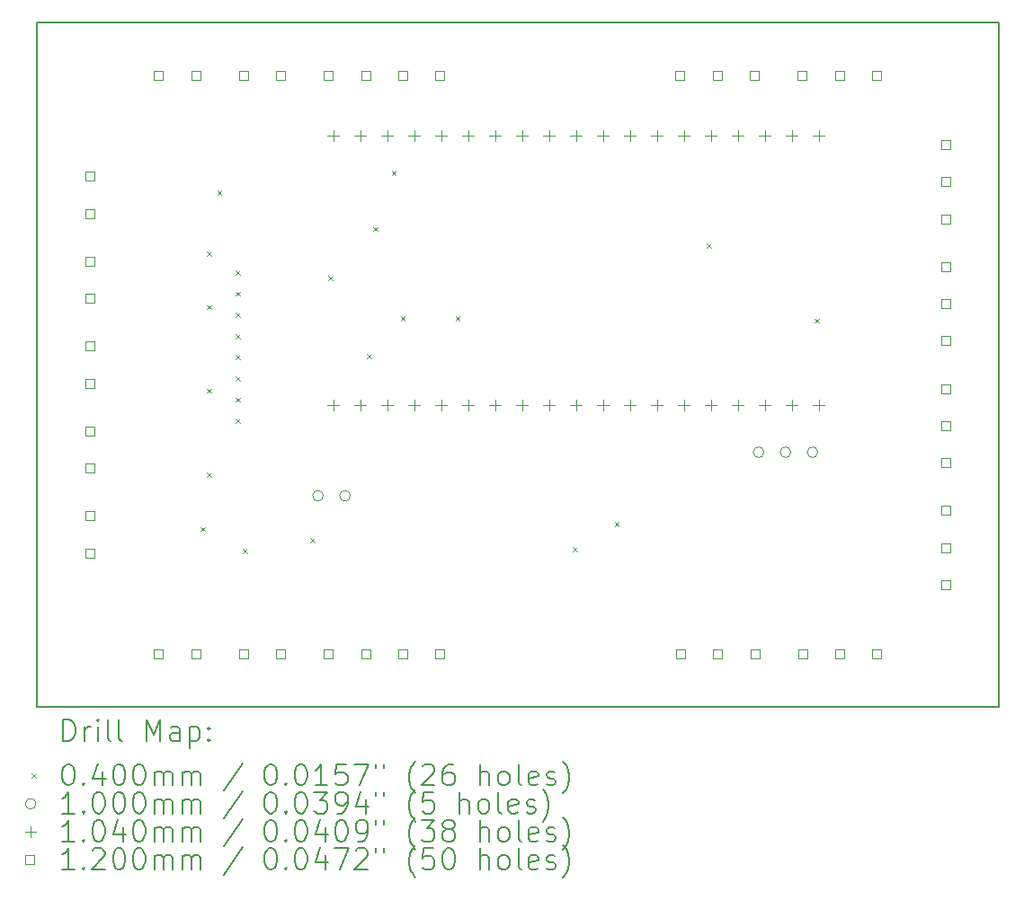
<source format=gbr>
%FSLAX45Y45*%
G04 Gerber Fmt 4.5, Leading zero omitted, Abs format (unit mm)*
G04 Created by KiCad (PCBNEW (6.0.2)) date 2022-07-26 11:38:29*
%MOMM*%
%LPD*%
G01*
G04 APERTURE LIST*
%TA.AperFunction,Profile*%
%ADD10C,0.200000*%
%TD*%
%ADD11C,0.200000*%
%ADD12C,0.040000*%
%ADD13C,0.100000*%
%ADD14C,0.104000*%
%ADD15C,0.120000*%
G04 APERTURE END LIST*
D10*
X14855000Y-6350000D02*
X5800000Y-6350000D01*
X5800000Y-6350000D02*
X5800000Y-12800000D01*
X5800000Y-12800000D02*
X14855000Y-12800000D01*
X14855000Y-12800000D02*
X14855000Y-6350000D01*
D11*
D12*
X7340000Y-11105000D02*
X7380000Y-11145000D01*
X7380000Y-11105000D02*
X7340000Y-11145000D01*
X7399000Y-8508000D02*
X7439000Y-8548000D01*
X7439000Y-8508000D02*
X7399000Y-8548000D01*
X7399000Y-9013000D02*
X7439000Y-9053000D01*
X7439000Y-9013000D02*
X7399000Y-9053000D01*
X7399000Y-9799000D02*
X7439000Y-9839000D01*
X7439000Y-9799000D02*
X7399000Y-9839000D01*
X7399000Y-10592000D02*
X7439000Y-10632000D01*
X7439000Y-10592000D02*
X7399000Y-10632000D01*
X7498000Y-7934000D02*
X7538000Y-7974000D01*
X7538000Y-7934000D02*
X7498000Y-7974000D01*
X7670000Y-8685000D02*
X7710000Y-8725000D01*
X7710000Y-8685000D02*
X7670000Y-8725000D01*
X7670000Y-8885000D02*
X7710000Y-8925000D01*
X7710000Y-8885000D02*
X7670000Y-8925000D01*
X7670000Y-9085000D02*
X7710000Y-9125000D01*
X7710000Y-9085000D02*
X7670000Y-9125000D01*
X7670000Y-9285000D02*
X7710000Y-9325000D01*
X7710000Y-9285000D02*
X7670000Y-9325000D01*
X7670000Y-9485000D02*
X7710000Y-9525000D01*
X7710000Y-9485000D02*
X7670000Y-9525000D01*
X7670000Y-9685000D02*
X7710000Y-9725000D01*
X7710000Y-9685000D02*
X7670000Y-9725000D01*
X7670000Y-9885000D02*
X7710000Y-9925000D01*
X7710000Y-9885000D02*
X7670000Y-9925000D01*
X7670000Y-10085000D02*
X7710000Y-10125000D01*
X7710000Y-10085000D02*
X7670000Y-10125000D01*
X7740000Y-11310000D02*
X7780000Y-11350000D01*
X7780000Y-11310000D02*
X7740000Y-11350000D01*
X8372500Y-11212500D02*
X8412500Y-11252500D01*
X8412500Y-11212500D02*
X8372500Y-11252500D01*
X8545000Y-8735000D02*
X8585000Y-8775000D01*
X8585000Y-8735000D02*
X8545000Y-8775000D01*
X8905000Y-9475000D02*
X8945000Y-9515000D01*
X8945000Y-9475000D02*
X8905000Y-9515000D01*
X8965001Y-8274999D02*
X9005001Y-8314999D01*
X9005001Y-8274999D02*
X8965001Y-8314999D01*
X9140000Y-7749950D02*
X9180000Y-7789950D01*
X9180000Y-7749950D02*
X9140000Y-7789950D01*
X9224690Y-9119315D02*
X9264690Y-9159315D01*
X9264690Y-9119315D02*
X9224690Y-9159315D01*
X9740000Y-9120000D02*
X9780000Y-9160000D01*
X9780000Y-9120000D02*
X9740000Y-9160000D01*
X10848000Y-11295000D02*
X10888000Y-11335000D01*
X10888000Y-11295000D02*
X10848000Y-11335000D01*
X11240000Y-11057000D02*
X11280000Y-11097000D01*
X11280000Y-11057000D02*
X11240000Y-11097000D01*
X12110000Y-8430000D02*
X12150000Y-8470000D01*
X12150000Y-8430000D02*
X12110000Y-8470000D01*
X13125000Y-9140000D02*
X13165000Y-9180000D01*
X13165000Y-9140000D02*
X13125000Y-9180000D01*
D13*
X8496000Y-10810000D02*
G75*
G03*
X8496000Y-10810000I-50000J0D01*
G01*
X8750000Y-10810000D02*
G75*
G03*
X8750000Y-10810000I-50000J0D01*
G01*
X12644500Y-10400000D02*
G75*
G03*
X12644500Y-10400000I-50000J0D01*
G01*
X12898500Y-10400000D02*
G75*
G03*
X12898500Y-10400000I-50000J0D01*
G01*
X13152500Y-10400000D02*
G75*
G03*
X13152500Y-10400000I-50000J0D01*
G01*
D14*
X8589000Y-7365750D02*
X8589000Y-7469750D01*
X8537000Y-7417750D02*
X8641000Y-7417750D01*
X8589000Y-9905750D02*
X8589000Y-10009750D01*
X8537000Y-9957750D02*
X8641000Y-9957750D01*
X8843000Y-7365750D02*
X8843000Y-7469750D01*
X8791000Y-7417750D02*
X8895000Y-7417750D01*
X8843000Y-9905750D02*
X8843000Y-10009750D01*
X8791000Y-9957750D02*
X8895000Y-9957750D01*
X9097000Y-7365750D02*
X9097000Y-7469750D01*
X9045000Y-7417750D02*
X9149000Y-7417750D01*
X9097000Y-9905750D02*
X9097000Y-10009750D01*
X9045000Y-9957750D02*
X9149000Y-9957750D01*
X9351000Y-7365750D02*
X9351000Y-7469750D01*
X9299000Y-7417750D02*
X9403000Y-7417750D01*
X9351000Y-9905750D02*
X9351000Y-10009750D01*
X9299000Y-9957750D02*
X9403000Y-9957750D01*
X9605000Y-7365750D02*
X9605000Y-7469750D01*
X9553000Y-7417750D02*
X9657000Y-7417750D01*
X9605000Y-9905750D02*
X9605000Y-10009750D01*
X9553000Y-9957750D02*
X9657000Y-9957750D01*
X9859000Y-7365750D02*
X9859000Y-7469750D01*
X9807000Y-7417750D02*
X9911000Y-7417750D01*
X9859000Y-9905750D02*
X9859000Y-10009750D01*
X9807000Y-9957750D02*
X9911000Y-9957750D01*
X10113000Y-7365750D02*
X10113000Y-7469750D01*
X10061000Y-7417750D02*
X10165000Y-7417750D01*
X10113000Y-9905750D02*
X10113000Y-10009750D01*
X10061000Y-9957750D02*
X10165000Y-9957750D01*
X10367000Y-7365750D02*
X10367000Y-7469750D01*
X10315000Y-7417750D02*
X10419000Y-7417750D01*
X10367000Y-9905750D02*
X10367000Y-10009750D01*
X10315000Y-9957750D02*
X10419000Y-9957750D01*
X10621000Y-7365750D02*
X10621000Y-7469750D01*
X10569000Y-7417750D02*
X10673000Y-7417750D01*
X10621000Y-9905750D02*
X10621000Y-10009750D01*
X10569000Y-9957750D02*
X10673000Y-9957750D01*
X10875000Y-7365750D02*
X10875000Y-7469750D01*
X10823000Y-7417750D02*
X10927000Y-7417750D01*
X10875000Y-9905750D02*
X10875000Y-10009750D01*
X10823000Y-9957750D02*
X10927000Y-9957750D01*
X11129000Y-7365750D02*
X11129000Y-7469750D01*
X11077000Y-7417750D02*
X11181000Y-7417750D01*
X11129000Y-9905750D02*
X11129000Y-10009750D01*
X11077000Y-9957750D02*
X11181000Y-9957750D01*
X11383000Y-7365750D02*
X11383000Y-7469750D01*
X11331000Y-7417750D02*
X11435000Y-7417750D01*
X11383000Y-9905750D02*
X11383000Y-10009750D01*
X11331000Y-9957750D02*
X11435000Y-9957750D01*
X11637000Y-7365750D02*
X11637000Y-7469750D01*
X11585000Y-7417750D02*
X11689000Y-7417750D01*
X11637000Y-9905750D02*
X11637000Y-10009750D01*
X11585000Y-9957750D02*
X11689000Y-9957750D01*
X11891000Y-7365750D02*
X11891000Y-7469750D01*
X11839000Y-7417750D02*
X11943000Y-7417750D01*
X11891000Y-9905750D02*
X11891000Y-10009750D01*
X11839000Y-9957750D02*
X11943000Y-9957750D01*
X12145000Y-7365750D02*
X12145000Y-7469750D01*
X12093000Y-7417750D02*
X12197000Y-7417750D01*
X12145000Y-9905750D02*
X12145000Y-10009750D01*
X12093000Y-9957750D02*
X12197000Y-9957750D01*
X12399000Y-7365750D02*
X12399000Y-7469750D01*
X12347000Y-7417750D02*
X12451000Y-7417750D01*
X12399000Y-9905750D02*
X12399000Y-10009750D01*
X12347000Y-9957750D02*
X12451000Y-9957750D01*
X12653000Y-7365750D02*
X12653000Y-7469750D01*
X12601000Y-7417750D02*
X12705000Y-7417750D01*
X12653000Y-9905750D02*
X12653000Y-10009750D01*
X12601000Y-9957750D02*
X12705000Y-9957750D01*
X12907000Y-7365750D02*
X12907000Y-7469750D01*
X12855000Y-7417750D02*
X12959000Y-7417750D01*
X12907000Y-9905750D02*
X12907000Y-10009750D01*
X12855000Y-9957750D02*
X12959000Y-9957750D01*
X13161000Y-7365750D02*
X13161000Y-7469750D01*
X13109000Y-7417750D02*
X13213000Y-7417750D01*
X13161000Y-9905750D02*
X13161000Y-10009750D01*
X13109000Y-9957750D02*
X13213000Y-9957750D01*
D15*
X6342427Y-7842427D02*
X6342427Y-7757573D01*
X6257573Y-7757573D01*
X6257573Y-7842427D01*
X6342427Y-7842427D01*
X6342427Y-8192427D02*
X6342427Y-8107573D01*
X6257573Y-8107573D01*
X6257573Y-8192427D01*
X6342427Y-8192427D01*
X6342427Y-8642427D02*
X6342427Y-8557573D01*
X6257573Y-8557573D01*
X6257573Y-8642427D01*
X6342427Y-8642427D01*
X6342427Y-8992427D02*
X6342427Y-8907573D01*
X6257573Y-8907573D01*
X6257573Y-8992427D01*
X6342427Y-8992427D01*
X6342427Y-9442427D02*
X6342427Y-9357573D01*
X6257573Y-9357573D01*
X6257573Y-9442427D01*
X6342427Y-9442427D01*
X6342427Y-9792427D02*
X6342427Y-9707573D01*
X6257573Y-9707573D01*
X6257573Y-9792427D01*
X6342427Y-9792427D01*
X6342427Y-10242427D02*
X6342427Y-10157573D01*
X6257573Y-10157573D01*
X6257573Y-10242427D01*
X6342427Y-10242427D01*
X6342427Y-10592427D02*
X6342427Y-10507573D01*
X6257573Y-10507573D01*
X6257573Y-10592427D01*
X6342427Y-10592427D01*
X6342427Y-11042427D02*
X6342427Y-10957573D01*
X6257573Y-10957573D01*
X6257573Y-11042427D01*
X6342427Y-11042427D01*
X6342427Y-11392427D02*
X6342427Y-11307573D01*
X6257573Y-11307573D01*
X6257573Y-11392427D01*
X6342427Y-11392427D01*
X6987427Y-6892427D02*
X6987427Y-6807573D01*
X6902573Y-6807573D01*
X6902573Y-6892427D01*
X6987427Y-6892427D01*
X6987427Y-12342427D02*
X6987427Y-12257573D01*
X6902573Y-12257573D01*
X6902573Y-12342427D01*
X6987427Y-12342427D01*
X7337427Y-6892427D02*
X7337427Y-6807573D01*
X7252573Y-6807573D01*
X7252573Y-6892427D01*
X7337427Y-6892427D01*
X7337427Y-12342427D02*
X7337427Y-12257573D01*
X7252573Y-12257573D01*
X7252573Y-12342427D01*
X7337427Y-12342427D01*
X7787427Y-6892427D02*
X7787427Y-6807573D01*
X7702573Y-6807573D01*
X7702573Y-6892427D01*
X7787427Y-6892427D01*
X7787427Y-12342427D02*
X7787427Y-12257573D01*
X7702573Y-12257573D01*
X7702573Y-12342427D01*
X7787427Y-12342427D01*
X8137427Y-6892427D02*
X8137427Y-6807573D01*
X8052573Y-6807573D01*
X8052573Y-6892427D01*
X8137427Y-6892427D01*
X8137427Y-12342427D02*
X8137427Y-12257573D01*
X8052573Y-12257573D01*
X8052573Y-12342427D01*
X8137427Y-12342427D01*
X8587427Y-6892427D02*
X8587427Y-6807573D01*
X8502573Y-6807573D01*
X8502573Y-6892427D01*
X8587427Y-6892427D01*
X8587427Y-12342427D02*
X8587427Y-12257573D01*
X8502573Y-12257573D01*
X8502573Y-12342427D01*
X8587427Y-12342427D01*
X8937427Y-6892427D02*
X8937427Y-6807573D01*
X8852573Y-6807573D01*
X8852573Y-6892427D01*
X8937427Y-6892427D01*
X8937427Y-12342427D02*
X8937427Y-12257573D01*
X8852573Y-12257573D01*
X8852573Y-12342427D01*
X8937427Y-12342427D01*
X9287427Y-6892427D02*
X9287427Y-6807573D01*
X9202573Y-6807573D01*
X9202573Y-6892427D01*
X9287427Y-6892427D01*
X9287427Y-12342427D02*
X9287427Y-12257573D01*
X9202573Y-12257573D01*
X9202573Y-12342427D01*
X9287427Y-12342427D01*
X9637427Y-6892427D02*
X9637427Y-6807573D01*
X9552573Y-6807573D01*
X9552573Y-6892427D01*
X9637427Y-6892427D01*
X9637427Y-12342427D02*
X9637427Y-12257573D01*
X9552573Y-12257573D01*
X9552573Y-12342427D01*
X9637427Y-12342427D01*
X11897427Y-6892427D02*
X11897427Y-6807573D01*
X11812573Y-6807573D01*
X11812573Y-6892427D01*
X11897427Y-6892427D01*
X11902427Y-12342427D02*
X11902427Y-12257573D01*
X11817573Y-12257573D01*
X11817573Y-12342427D01*
X11902427Y-12342427D01*
X12247427Y-6892427D02*
X12247427Y-6807573D01*
X12162573Y-6807573D01*
X12162573Y-6892427D01*
X12247427Y-6892427D01*
X12252427Y-12342427D02*
X12252427Y-12257573D01*
X12167573Y-12257573D01*
X12167573Y-12342427D01*
X12252427Y-12342427D01*
X12597427Y-6892427D02*
X12597427Y-6807573D01*
X12512573Y-6807573D01*
X12512573Y-6892427D01*
X12597427Y-6892427D01*
X12602427Y-12342427D02*
X12602427Y-12257573D01*
X12517573Y-12257573D01*
X12517573Y-12342427D01*
X12602427Y-12342427D01*
X13047427Y-6892427D02*
X13047427Y-6807573D01*
X12962573Y-6807573D01*
X12962573Y-6892427D01*
X13047427Y-6892427D01*
X13052427Y-12342427D02*
X13052427Y-12257573D01*
X12967573Y-12257573D01*
X12967573Y-12342427D01*
X13052427Y-12342427D01*
X13397427Y-6892427D02*
X13397427Y-6807573D01*
X13312573Y-6807573D01*
X13312573Y-6892427D01*
X13397427Y-6892427D01*
X13402427Y-12342427D02*
X13402427Y-12257573D01*
X13317573Y-12257573D01*
X13317573Y-12342427D01*
X13402427Y-12342427D01*
X13747427Y-6892427D02*
X13747427Y-6807573D01*
X13662573Y-6807573D01*
X13662573Y-6892427D01*
X13747427Y-6892427D01*
X13752427Y-12342427D02*
X13752427Y-12257573D01*
X13667573Y-12257573D01*
X13667573Y-12342427D01*
X13752427Y-12342427D01*
X14397427Y-7542427D02*
X14397427Y-7457573D01*
X14312573Y-7457573D01*
X14312573Y-7542427D01*
X14397427Y-7542427D01*
X14397427Y-7892427D02*
X14397427Y-7807573D01*
X14312573Y-7807573D01*
X14312573Y-7892427D01*
X14397427Y-7892427D01*
X14397427Y-8242427D02*
X14397427Y-8157573D01*
X14312573Y-8157573D01*
X14312573Y-8242427D01*
X14397427Y-8242427D01*
X14397427Y-8692427D02*
X14397427Y-8607573D01*
X14312573Y-8607573D01*
X14312573Y-8692427D01*
X14397427Y-8692427D01*
X14397427Y-9042427D02*
X14397427Y-8957573D01*
X14312573Y-8957573D01*
X14312573Y-9042427D01*
X14397427Y-9042427D01*
X14397427Y-9392427D02*
X14397427Y-9307573D01*
X14312573Y-9307573D01*
X14312573Y-9392427D01*
X14397427Y-9392427D01*
X14397427Y-9842427D02*
X14397427Y-9757573D01*
X14312573Y-9757573D01*
X14312573Y-9842427D01*
X14397427Y-9842427D01*
X14397427Y-10192427D02*
X14397427Y-10107573D01*
X14312573Y-10107573D01*
X14312573Y-10192427D01*
X14397427Y-10192427D01*
X14397427Y-10542427D02*
X14397427Y-10457573D01*
X14312573Y-10457573D01*
X14312573Y-10542427D01*
X14397427Y-10542427D01*
X14397427Y-10992427D02*
X14397427Y-10907573D01*
X14312573Y-10907573D01*
X14312573Y-10992427D01*
X14397427Y-10992427D01*
X14397427Y-11342427D02*
X14397427Y-11257573D01*
X14312573Y-11257573D01*
X14312573Y-11342427D01*
X14397427Y-11342427D01*
X14397427Y-11692427D02*
X14397427Y-11607573D01*
X14312573Y-11607573D01*
X14312573Y-11692427D01*
X14397427Y-11692427D01*
D11*
X6047619Y-13120476D02*
X6047619Y-12920476D01*
X6095238Y-12920476D01*
X6123809Y-12930000D01*
X6142857Y-12949048D01*
X6152381Y-12968095D01*
X6161905Y-13006190D01*
X6161905Y-13034762D01*
X6152381Y-13072857D01*
X6142857Y-13091905D01*
X6123809Y-13110952D01*
X6095238Y-13120476D01*
X6047619Y-13120476D01*
X6247619Y-13120476D02*
X6247619Y-12987143D01*
X6247619Y-13025238D02*
X6257143Y-13006190D01*
X6266667Y-12996667D01*
X6285714Y-12987143D01*
X6304762Y-12987143D01*
X6371428Y-13120476D02*
X6371428Y-12987143D01*
X6371428Y-12920476D02*
X6361905Y-12930000D01*
X6371428Y-12939524D01*
X6380952Y-12930000D01*
X6371428Y-12920476D01*
X6371428Y-12939524D01*
X6495238Y-13120476D02*
X6476190Y-13110952D01*
X6466667Y-13091905D01*
X6466667Y-12920476D01*
X6600000Y-13120476D02*
X6580952Y-13110952D01*
X6571428Y-13091905D01*
X6571428Y-12920476D01*
X6828571Y-13120476D02*
X6828571Y-12920476D01*
X6895238Y-13063333D01*
X6961905Y-12920476D01*
X6961905Y-13120476D01*
X7142857Y-13120476D02*
X7142857Y-13015714D01*
X7133333Y-12996667D01*
X7114286Y-12987143D01*
X7076190Y-12987143D01*
X7057143Y-12996667D01*
X7142857Y-13110952D02*
X7123809Y-13120476D01*
X7076190Y-13120476D01*
X7057143Y-13110952D01*
X7047619Y-13091905D01*
X7047619Y-13072857D01*
X7057143Y-13053809D01*
X7076190Y-13044286D01*
X7123809Y-13044286D01*
X7142857Y-13034762D01*
X7238095Y-12987143D02*
X7238095Y-13187143D01*
X7238095Y-12996667D02*
X7257143Y-12987143D01*
X7295238Y-12987143D01*
X7314286Y-12996667D01*
X7323809Y-13006190D01*
X7333333Y-13025238D01*
X7333333Y-13082381D01*
X7323809Y-13101428D01*
X7314286Y-13110952D01*
X7295238Y-13120476D01*
X7257143Y-13120476D01*
X7238095Y-13110952D01*
X7419048Y-13101428D02*
X7428571Y-13110952D01*
X7419048Y-13120476D01*
X7409524Y-13110952D01*
X7419048Y-13101428D01*
X7419048Y-13120476D01*
X7419048Y-12996667D02*
X7428571Y-13006190D01*
X7419048Y-13015714D01*
X7409524Y-13006190D01*
X7419048Y-12996667D01*
X7419048Y-13015714D01*
D12*
X5750000Y-13430000D02*
X5790000Y-13470000D01*
X5790000Y-13430000D02*
X5750000Y-13470000D01*
D11*
X6085714Y-13340476D02*
X6104762Y-13340476D01*
X6123809Y-13350000D01*
X6133333Y-13359524D01*
X6142857Y-13378571D01*
X6152381Y-13416667D01*
X6152381Y-13464286D01*
X6142857Y-13502381D01*
X6133333Y-13521428D01*
X6123809Y-13530952D01*
X6104762Y-13540476D01*
X6085714Y-13540476D01*
X6066667Y-13530952D01*
X6057143Y-13521428D01*
X6047619Y-13502381D01*
X6038095Y-13464286D01*
X6038095Y-13416667D01*
X6047619Y-13378571D01*
X6057143Y-13359524D01*
X6066667Y-13350000D01*
X6085714Y-13340476D01*
X6238095Y-13521428D02*
X6247619Y-13530952D01*
X6238095Y-13540476D01*
X6228571Y-13530952D01*
X6238095Y-13521428D01*
X6238095Y-13540476D01*
X6419048Y-13407143D02*
X6419048Y-13540476D01*
X6371428Y-13330952D02*
X6323809Y-13473809D01*
X6447619Y-13473809D01*
X6561905Y-13340476D02*
X6580952Y-13340476D01*
X6600000Y-13350000D01*
X6609524Y-13359524D01*
X6619048Y-13378571D01*
X6628571Y-13416667D01*
X6628571Y-13464286D01*
X6619048Y-13502381D01*
X6609524Y-13521428D01*
X6600000Y-13530952D01*
X6580952Y-13540476D01*
X6561905Y-13540476D01*
X6542857Y-13530952D01*
X6533333Y-13521428D01*
X6523809Y-13502381D01*
X6514286Y-13464286D01*
X6514286Y-13416667D01*
X6523809Y-13378571D01*
X6533333Y-13359524D01*
X6542857Y-13350000D01*
X6561905Y-13340476D01*
X6752381Y-13340476D02*
X6771428Y-13340476D01*
X6790476Y-13350000D01*
X6800000Y-13359524D01*
X6809524Y-13378571D01*
X6819048Y-13416667D01*
X6819048Y-13464286D01*
X6809524Y-13502381D01*
X6800000Y-13521428D01*
X6790476Y-13530952D01*
X6771428Y-13540476D01*
X6752381Y-13540476D01*
X6733333Y-13530952D01*
X6723809Y-13521428D01*
X6714286Y-13502381D01*
X6704762Y-13464286D01*
X6704762Y-13416667D01*
X6714286Y-13378571D01*
X6723809Y-13359524D01*
X6733333Y-13350000D01*
X6752381Y-13340476D01*
X6904762Y-13540476D02*
X6904762Y-13407143D01*
X6904762Y-13426190D02*
X6914286Y-13416667D01*
X6933333Y-13407143D01*
X6961905Y-13407143D01*
X6980952Y-13416667D01*
X6990476Y-13435714D01*
X6990476Y-13540476D01*
X6990476Y-13435714D02*
X7000000Y-13416667D01*
X7019048Y-13407143D01*
X7047619Y-13407143D01*
X7066667Y-13416667D01*
X7076190Y-13435714D01*
X7076190Y-13540476D01*
X7171428Y-13540476D02*
X7171428Y-13407143D01*
X7171428Y-13426190D02*
X7180952Y-13416667D01*
X7200000Y-13407143D01*
X7228571Y-13407143D01*
X7247619Y-13416667D01*
X7257143Y-13435714D01*
X7257143Y-13540476D01*
X7257143Y-13435714D02*
X7266667Y-13416667D01*
X7285714Y-13407143D01*
X7314286Y-13407143D01*
X7333333Y-13416667D01*
X7342857Y-13435714D01*
X7342857Y-13540476D01*
X7733333Y-13330952D02*
X7561905Y-13588095D01*
X7990476Y-13340476D02*
X8009524Y-13340476D01*
X8028571Y-13350000D01*
X8038095Y-13359524D01*
X8047619Y-13378571D01*
X8057143Y-13416667D01*
X8057143Y-13464286D01*
X8047619Y-13502381D01*
X8038095Y-13521428D01*
X8028571Y-13530952D01*
X8009524Y-13540476D01*
X7990476Y-13540476D01*
X7971428Y-13530952D01*
X7961905Y-13521428D01*
X7952381Y-13502381D01*
X7942857Y-13464286D01*
X7942857Y-13416667D01*
X7952381Y-13378571D01*
X7961905Y-13359524D01*
X7971428Y-13350000D01*
X7990476Y-13340476D01*
X8142857Y-13521428D02*
X8152381Y-13530952D01*
X8142857Y-13540476D01*
X8133333Y-13530952D01*
X8142857Y-13521428D01*
X8142857Y-13540476D01*
X8276190Y-13340476D02*
X8295238Y-13340476D01*
X8314286Y-13350000D01*
X8323809Y-13359524D01*
X8333333Y-13378571D01*
X8342857Y-13416667D01*
X8342857Y-13464286D01*
X8333333Y-13502381D01*
X8323809Y-13521428D01*
X8314286Y-13530952D01*
X8295238Y-13540476D01*
X8276190Y-13540476D01*
X8257143Y-13530952D01*
X8247619Y-13521428D01*
X8238095Y-13502381D01*
X8228571Y-13464286D01*
X8228571Y-13416667D01*
X8238095Y-13378571D01*
X8247619Y-13359524D01*
X8257143Y-13350000D01*
X8276190Y-13340476D01*
X8533333Y-13540476D02*
X8419048Y-13540476D01*
X8476190Y-13540476D02*
X8476190Y-13340476D01*
X8457143Y-13369048D01*
X8438095Y-13388095D01*
X8419048Y-13397619D01*
X8714286Y-13340476D02*
X8619048Y-13340476D01*
X8609524Y-13435714D01*
X8619048Y-13426190D01*
X8638095Y-13416667D01*
X8685714Y-13416667D01*
X8704762Y-13426190D01*
X8714286Y-13435714D01*
X8723810Y-13454762D01*
X8723810Y-13502381D01*
X8714286Y-13521428D01*
X8704762Y-13530952D01*
X8685714Y-13540476D01*
X8638095Y-13540476D01*
X8619048Y-13530952D01*
X8609524Y-13521428D01*
X8790476Y-13340476D02*
X8923810Y-13340476D01*
X8838095Y-13540476D01*
X8990476Y-13340476D02*
X8990476Y-13378571D01*
X9066667Y-13340476D02*
X9066667Y-13378571D01*
X9361905Y-13616667D02*
X9352381Y-13607143D01*
X9333333Y-13578571D01*
X9323810Y-13559524D01*
X9314286Y-13530952D01*
X9304762Y-13483333D01*
X9304762Y-13445238D01*
X9314286Y-13397619D01*
X9323810Y-13369048D01*
X9333333Y-13350000D01*
X9352381Y-13321428D01*
X9361905Y-13311905D01*
X9428571Y-13359524D02*
X9438095Y-13350000D01*
X9457143Y-13340476D01*
X9504762Y-13340476D01*
X9523810Y-13350000D01*
X9533333Y-13359524D01*
X9542857Y-13378571D01*
X9542857Y-13397619D01*
X9533333Y-13426190D01*
X9419048Y-13540476D01*
X9542857Y-13540476D01*
X9714286Y-13340476D02*
X9676190Y-13340476D01*
X9657143Y-13350000D01*
X9647619Y-13359524D01*
X9628571Y-13388095D01*
X9619048Y-13426190D01*
X9619048Y-13502381D01*
X9628571Y-13521428D01*
X9638095Y-13530952D01*
X9657143Y-13540476D01*
X9695238Y-13540476D01*
X9714286Y-13530952D01*
X9723810Y-13521428D01*
X9733333Y-13502381D01*
X9733333Y-13454762D01*
X9723810Y-13435714D01*
X9714286Y-13426190D01*
X9695238Y-13416667D01*
X9657143Y-13416667D01*
X9638095Y-13426190D01*
X9628571Y-13435714D01*
X9619048Y-13454762D01*
X9971429Y-13540476D02*
X9971429Y-13340476D01*
X10057143Y-13540476D02*
X10057143Y-13435714D01*
X10047619Y-13416667D01*
X10028571Y-13407143D01*
X10000000Y-13407143D01*
X9980952Y-13416667D01*
X9971429Y-13426190D01*
X10180952Y-13540476D02*
X10161905Y-13530952D01*
X10152381Y-13521428D01*
X10142857Y-13502381D01*
X10142857Y-13445238D01*
X10152381Y-13426190D01*
X10161905Y-13416667D01*
X10180952Y-13407143D01*
X10209524Y-13407143D01*
X10228571Y-13416667D01*
X10238095Y-13426190D01*
X10247619Y-13445238D01*
X10247619Y-13502381D01*
X10238095Y-13521428D01*
X10228571Y-13530952D01*
X10209524Y-13540476D01*
X10180952Y-13540476D01*
X10361905Y-13540476D02*
X10342857Y-13530952D01*
X10333333Y-13511905D01*
X10333333Y-13340476D01*
X10514286Y-13530952D02*
X10495238Y-13540476D01*
X10457143Y-13540476D01*
X10438095Y-13530952D01*
X10428571Y-13511905D01*
X10428571Y-13435714D01*
X10438095Y-13416667D01*
X10457143Y-13407143D01*
X10495238Y-13407143D01*
X10514286Y-13416667D01*
X10523810Y-13435714D01*
X10523810Y-13454762D01*
X10428571Y-13473809D01*
X10600000Y-13530952D02*
X10619048Y-13540476D01*
X10657143Y-13540476D01*
X10676190Y-13530952D01*
X10685714Y-13511905D01*
X10685714Y-13502381D01*
X10676190Y-13483333D01*
X10657143Y-13473809D01*
X10628571Y-13473809D01*
X10609524Y-13464286D01*
X10600000Y-13445238D01*
X10600000Y-13435714D01*
X10609524Y-13416667D01*
X10628571Y-13407143D01*
X10657143Y-13407143D01*
X10676190Y-13416667D01*
X10752381Y-13616667D02*
X10761905Y-13607143D01*
X10780952Y-13578571D01*
X10790476Y-13559524D01*
X10800000Y-13530952D01*
X10809524Y-13483333D01*
X10809524Y-13445238D01*
X10800000Y-13397619D01*
X10790476Y-13369048D01*
X10780952Y-13350000D01*
X10761905Y-13321428D01*
X10752381Y-13311905D01*
D13*
X5790000Y-13714000D02*
G75*
G03*
X5790000Y-13714000I-50000J0D01*
G01*
D11*
X6152381Y-13804476D02*
X6038095Y-13804476D01*
X6095238Y-13804476D02*
X6095238Y-13604476D01*
X6076190Y-13633048D01*
X6057143Y-13652095D01*
X6038095Y-13661619D01*
X6238095Y-13785428D02*
X6247619Y-13794952D01*
X6238095Y-13804476D01*
X6228571Y-13794952D01*
X6238095Y-13785428D01*
X6238095Y-13804476D01*
X6371428Y-13604476D02*
X6390476Y-13604476D01*
X6409524Y-13614000D01*
X6419048Y-13623524D01*
X6428571Y-13642571D01*
X6438095Y-13680667D01*
X6438095Y-13728286D01*
X6428571Y-13766381D01*
X6419048Y-13785428D01*
X6409524Y-13794952D01*
X6390476Y-13804476D01*
X6371428Y-13804476D01*
X6352381Y-13794952D01*
X6342857Y-13785428D01*
X6333333Y-13766381D01*
X6323809Y-13728286D01*
X6323809Y-13680667D01*
X6333333Y-13642571D01*
X6342857Y-13623524D01*
X6352381Y-13614000D01*
X6371428Y-13604476D01*
X6561905Y-13604476D02*
X6580952Y-13604476D01*
X6600000Y-13614000D01*
X6609524Y-13623524D01*
X6619048Y-13642571D01*
X6628571Y-13680667D01*
X6628571Y-13728286D01*
X6619048Y-13766381D01*
X6609524Y-13785428D01*
X6600000Y-13794952D01*
X6580952Y-13804476D01*
X6561905Y-13804476D01*
X6542857Y-13794952D01*
X6533333Y-13785428D01*
X6523809Y-13766381D01*
X6514286Y-13728286D01*
X6514286Y-13680667D01*
X6523809Y-13642571D01*
X6533333Y-13623524D01*
X6542857Y-13614000D01*
X6561905Y-13604476D01*
X6752381Y-13604476D02*
X6771428Y-13604476D01*
X6790476Y-13614000D01*
X6800000Y-13623524D01*
X6809524Y-13642571D01*
X6819048Y-13680667D01*
X6819048Y-13728286D01*
X6809524Y-13766381D01*
X6800000Y-13785428D01*
X6790476Y-13794952D01*
X6771428Y-13804476D01*
X6752381Y-13804476D01*
X6733333Y-13794952D01*
X6723809Y-13785428D01*
X6714286Y-13766381D01*
X6704762Y-13728286D01*
X6704762Y-13680667D01*
X6714286Y-13642571D01*
X6723809Y-13623524D01*
X6733333Y-13614000D01*
X6752381Y-13604476D01*
X6904762Y-13804476D02*
X6904762Y-13671143D01*
X6904762Y-13690190D02*
X6914286Y-13680667D01*
X6933333Y-13671143D01*
X6961905Y-13671143D01*
X6980952Y-13680667D01*
X6990476Y-13699714D01*
X6990476Y-13804476D01*
X6990476Y-13699714D02*
X7000000Y-13680667D01*
X7019048Y-13671143D01*
X7047619Y-13671143D01*
X7066667Y-13680667D01*
X7076190Y-13699714D01*
X7076190Y-13804476D01*
X7171428Y-13804476D02*
X7171428Y-13671143D01*
X7171428Y-13690190D02*
X7180952Y-13680667D01*
X7200000Y-13671143D01*
X7228571Y-13671143D01*
X7247619Y-13680667D01*
X7257143Y-13699714D01*
X7257143Y-13804476D01*
X7257143Y-13699714D02*
X7266667Y-13680667D01*
X7285714Y-13671143D01*
X7314286Y-13671143D01*
X7333333Y-13680667D01*
X7342857Y-13699714D01*
X7342857Y-13804476D01*
X7733333Y-13594952D02*
X7561905Y-13852095D01*
X7990476Y-13604476D02*
X8009524Y-13604476D01*
X8028571Y-13614000D01*
X8038095Y-13623524D01*
X8047619Y-13642571D01*
X8057143Y-13680667D01*
X8057143Y-13728286D01*
X8047619Y-13766381D01*
X8038095Y-13785428D01*
X8028571Y-13794952D01*
X8009524Y-13804476D01*
X7990476Y-13804476D01*
X7971428Y-13794952D01*
X7961905Y-13785428D01*
X7952381Y-13766381D01*
X7942857Y-13728286D01*
X7942857Y-13680667D01*
X7952381Y-13642571D01*
X7961905Y-13623524D01*
X7971428Y-13614000D01*
X7990476Y-13604476D01*
X8142857Y-13785428D02*
X8152381Y-13794952D01*
X8142857Y-13804476D01*
X8133333Y-13794952D01*
X8142857Y-13785428D01*
X8142857Y-13804476D01*
X8276190Y-13604476D02*
X8295238Y-13604476D01*
X8314286Y-13614000D01*
X8323809Y-13623524D01*
X8333333Y-13642571D01*
X8342857Y-13680667D01*
X8342857Y-13728286D01*
X8333333Y-13766381D01*
X8323809Y-13785428D01*
X8314286Y-13794952D01*
X8295238Y-13804476D01*
X8276190Y-13804476D01*
X8257143Y-13794952D01*
X8247619Y-13785428D01*
X8238095Y-13766381D01*
X8228571Y-13728286D01*
X8228571Y-13680667D01*
X8238095Y-13642571D01*
X8247619Y-13623524D01*
X8257143Y-13614000D01*
X8276190Y-13604476D01*
X8409524Y-13604476D02*
X8533333Y-13604476D01*
X8466667Y-13680667D01*
X8495238Y-13680667D01*
X8514286Y-13690190D01*
X8523810Y-13699714D01*
X8533333Y-13718762D01*
X8533333Y-13766381D01*
X8523810Y-13785428D01*
X8514286Y-13794952D01*
X8495238Y-13804476D01*
X8438095Y-13804476D01*
X8419048Y-13794952D01*
X8409524Y-13785428D01*
X8628571Y-13804476D02*
X8666667Y-13804476D01*
X8685714Y-13794952D01*
X8695238Y-13785428D01*
X8714286Y-13756857D01*
X8723810Y-13718762D01*
X8723810Y-13642571D01*
X8714286Y-13623524D01*
X8704762Y-13614000D01*
X8685714Y-13604476D01*
X8647619Y-13604476D01*
X8628571Y-13614000D01*
X8619048Y-13623524D01*
X8609524Y-13642571D01*
X8609524Y-13690190D01*
X8619048Y-13709238D01*
X8628571Y-13718762D01*
X8647619Y-13728286D01*
X8685714Y-13728286D01*
X8704762Y-13718762D01*
X8714286Y-13709238D01*
X8723810Y-13690190D01*
X8895238Y-13671143D02*
X8895238Y-13804476D01*
X8847619Y-13594952D02*
X8800000Y-13737809D01*
X8923810Y-13737809D01*
X8990476Y-13604476D02*
X8990476Y-13642571D01*
X9066667Y-13604476D02*
X9066667Y-13642571D01*
X9361905Y-13880667D02*
X9352381Y-13871143D01*
X9333333Y-13842571D01*
X9323810Y-13823524D01*
X9314286Y-13794952D01*
X9304762Y-13747333D01*
X9304762Y-13709238D01*
X9314286Y-13661619D01*
X9323810Y-13633048D01*
X9333333Y-13614000D01*
X9352381Y-13585428D01*
X9361905Y-13575905D01*
X9533333Y-13604476D02*
X9438095Y-13604476D01*
X9428571Y-13699714D01*
X9438095Y-13690190D01*
X9457143Y-13680667D01*
X9504762Y-13680667D01*
X9523810Y-13690190D01*
X9533333Y-13699714D01*
X9542857Y-13718762D01*
X9542857Y-13766381D01*
X9533333Y-13785428D01*
X9523810Y-13794952D01*
X9504762Y-13804476D01*
X9457143Y-13804476D01*
X9438095Y-13794952D01*
X9428571Y-13785428D01*
X9780952Y-13804476D02*
X9780952Y-13604476D01*
X9866667Y-13804476D02*
X9866667Y-13699714D01*
X9857143Y-13680667D01*
X9838095Y-13671143D01*
X9809524Y-13671143D01*
X9790476Y-13680667D01*
X9780952Y-13690190D01*
X9990476Y-13804476D02*
X9971429Y-13794952D01*
X9961905Y-13785428D01*
X9952381Y-13766381D01*
X9952381Y-13709238D01*
X9961905Y-13690190D01*
X9971429Y-13680667D01*
X9990476Y-13671143D01*
X10019048Y-13671143D01*
X10038095Y-13680667D01*
X10047619Y-13690190D01*
X10057143Y-13709238D01*
X10057143Y-13766381D01*
X10047619Y-13785428D01*
X10038095Y-13794952D01*
X10019048Y-13804476D01*
X9990476Y-13804476D01*
X10171429Y-13804476D02*
X10152381Y-13794952D01*
X10142857Y-13775905D01*
X10142857Y-13604476D01*
X10323810Y-13794952D02*
X10304762Y-13804476D01*
X10266667Y-13804476D01*
X10247619Y-13794952D01*
X10238095Y-13775905D01*
X10238095Y-13699714D01*
X10247619Y-13680667D01*
X10266667Y-13671143D01*
X10304762Y-13671143D01*
X10323810Y-13680667D01*
X10333333Y-13699714D01*
X10333333Y-13718762D01*
X10238095Y-13737809D01*
X10409524Y-13794952D02*
X10428571Y-13804476D01*
X10466667Y-13804476D01*
X10485714Y-13794952D01*
X10495238Y-13775905D01*
X10495238Y-13766381D01*
X10485714Y-13747333D01*
X10466667Y-13737809D01*
X10438095Y-13737809D01*
X10419048Y-13728286D01*
X10409524Y-13709238D01*
X10409524Y-13699714D01*
X10419048Y-13680667D01*
X10438095Y-13671143D01*
X10466667Y-13671143D01*
X10485714Y-13680667D01*
X10561905Y-13880667D02*
X10571429Y-13871143D01*
X10590476Y-13842571D01*
X10600000Y-13823524D01*
X10609524Y-13794952D01*
X10619048Y-13747333D01*
X10619048Y-13709238D01*
X10609524Y-13661619D01*
X10600000Y-13633048D01*
X10590476Y-13614000D01*
X10571429Y-13585428D01*
X10561905Y-13575905D01*
D14*
X5738000Y-13926000D02*
X5738000Y-14030000D01*
X5686000Y-13978000D02*
X5790000Y-13978000D01*
D11*
X6152381Y-14068476D02*
X6038095Y-14068476D01*
X6095238Y-14068476D02*
X6095238Y-13868476D01*
X6076190Y-13897048D01*
X6057143Y-13916095D01*
X6038095Y-13925619D01*
X6238095Y-14049428D02*
X6247619Y-14058952D01*
X6238095Y-14068476D01*
X6228571Y-14058952D01*
X6238095Y-14049428D01*
X6238095Y-14068476D01*
X6371428Y-13868476D02*
X6390476Y-13868476D01*
X6409524Y-13878000D01*
X6419048Y-13887524D01*
X6428571Y-13906571D01*
X6438095Y-13944667D01*
X6438095Y-13992286D01*
X6428571Y-14030381D01*
X6419048Y-14049428D01*
X6409524Y-14058952D01*
X6390476Y-14068476D01*
X6371428Y-14068476D01*
X6352381Y-14058952D01*
X6342857Y-14049428D01*
X6333333Y-14030381D01*
X6323809Y-13992286D01*
X6323809Y-13944667D01*
X6333333Y-13906571D01*
X6342857Y-13887524D01*
X6352381Y-13878000D01*
X6371428Y-13868476D01*
X6609524Y-13935143D02*
X6609524Y-14068476D01*
X6561905Y-13858952D02*
X6514286Y-14001809D01*
X6638095Y-14001809D01*
X6752381Y-13868476D02*
X6771428Y-13868476D01*
X6790476Y-13878000D01*
X6800000Y-13887524D01*
X6809524Y-13906571D01*
X6819048Y-13944667D01*
X6819048Y-13992286D01*
X6809524Y-14030381D01*
X6800000Y-14049428D01*
X6790476Y-14058952D01*
X6771428Y-14068476D01*
X6752381Y-14068476D01*
X6733333Y-14058952D01*
X6723809Y-14049428D01*
X6714286Y-14030381D01*
X6704762Y-13992286D01*
X6704762Y-13944667D01*
X6714286Y-13906571D01*
X6723809Y-13887524D01*
X6733333Y-13878000D01*
X6752381Y-13868476D01*
X6904762Y-14068476D02*
X6904762Y-13935143D01*
X6904762Y-13954190D02*
X6914286Y-13944667D01*
X6933333Y-13935143D01*
X6961905Y-13935143D01*
X6980952Y-13944667D01*
X6990476Y-13963714D01*
X6990476Y-14068476D01*
X6990476Y-13963714D02*
X7000000Y-13944667D01*
X7019048Y-13935143D01*
X7047619Y-13935143D01*
X7066667Y-13944667D01*
X7076190Y-13963714D01*
X7076190Y-14068476D01*
X7171428Y-14068476D02*
X7171428Y-13935143D01*
X7171428Y-13954190D02*
X7180952Y-13944667D01*
X7200000Y-13935143D01*
X7228571Y-13935143D01*
X7247619Y-13944667D01*
X7257143Y-13963714D01*
X7257143Y-14068476D01*
X7257143Y-13963714D02*
X7266667Y-13944667D01*
X7285714Y-13935143D01*
X7314286Y-13935143D01*
X7333333Y-13944667D01*
X7342857Y-13963714D01*
X7342857Y-14068476D01*
X7733333Y-13858952D02*
X7561905Y-14116095D01*
X7990476Y-13868476D02*
X8009524Y-13868476D01*
X8028571Y-13878000D01*
X8038095Y-13887524D01*
X8047619Y-13906571D01*
X8057143Y-13944667D01*
X8057143Y-13992286D01*
X8047619Y-14030381D01*
X8038095Y-14049428D01*
X8028571Y-14058952D01*
X8009524Y-14068476D01*
X7990476Y-14068476D01*
X7971428Y-14058952D01*
X7961905Y-14049428D01*
X7952381Y-14030381D01*
X7942857Y-13992286D01*
X7942857Y-13944667D01*
X7952381Y-13906571D01*
X7961905Y-13887524D01*
X7971428Y-13878000D01*
X7990476Y-13868476D01*
X8142857Y-14049428D02*
X8152381Y-14058952D01*
X8142857Y-14068476D01*
X8133333Y-14058952D01*
X8142857Y-14049428D01*
X8142857Y-14068476D01*
X8276190Y-13868476D02*
X8295238Y-13868476D01*
X8314286Y-13878000D01*
X8323809Y-13887524D01*
X8333333Y-13906571D01*
X8342857Y-13944667D01*
X8342857Y-13992286D01*
X8333333Y-14030381D01*
X8323809Y-14049428D01*
X8314286Y-14058952D01*
X8295238Y-14068476D01*
X8276190Y-14068476D01*
X8257143Y-14058952D01*
X8247619Y-14049428D01*
X8238095Y-14030381D01*
X8228571Y-13992286D01*
X8228571Y-13944667D01*
X8238095Y-13906571D01*
X8247619Y-13887524D01*
X8257143Y-13878000D01*
X8276190Y-13868476D01*
X8514286Y-13935143D02*
X8514286Y-14068476D01*
X8466667Y-13858952D02*
X8419048Y-14001809D01*
X8542857Y-14001809D01*
X8657143Y-13868476D02*
X8676190Y-13868476D01*
X8695238Y-13878000D01*
X8704762Y-13887524D01*
X8714286Y-13906571D01*
X8723810Y-13944667D01*
X8723810Y-13992286D01*
X8714286Y-14030381D01*
X8704762Y-14049428D01*
X8695238Y-14058952D01*
X8676190Y-14068476D01*
X8657143Y-14068476D01*
X8638095Y-14058952D01*
X8628571Y-14049428D01*
X8619048Y-14030381D01*
X8609524Y-13992286D01*
X8609524Y-13944667D01*
X8619048Y-13906571D01*
X8628571Y-13887524D01*
X8638095Y-13878000D01*
X8657143Y-13868476D01*
X8819048Y-14068476D02*
X8857143Y-14068476D01*
X8876190Y-14058952D01*
X8885714Y-14049428D01*
X8904762Y-14020857D01*
X8914286Y-13982762D01*
X8914286Y-13906571D01*
X8904762Y-13887524D01*
X8895238Y-13878000D01*
X8876190Y-13868476D01*
X8838095Y-13868476D01*
X8819048Y-13878000D01*
X8809524Y-13887524D01*
X8800000Y-13906571D01*
X8800000Y-13954190D01*
X8809524Y-13973238D01*
X8819048Y-13982762D01*
X8838095Y-13992286D01*
X8876190Y-13992286D01*
X8895238Y-13982762D01*
X8904762Y-13973238D01*
X8914286Y-13954190D01*
X8990476Y-13868476D02*
X8990476Y-13906571D01*
X9066667Y-13868476D02*
X9066667Y-13906571D01*
X9361905Y-14144667D02*
X9352381Y-14135143D01*
X9333333Y-14106571D01*
X9323810Y-14087524D01*
X9314286Y-14058952D01*
X9304762Y-14011333D01*
X9304762Y-13973238D01*
X9314286Y-13925619D01*
X9323810Y-13897048D01*
X9333333Y-13878000D01*
X9352381Y-13849428D01*
X9361905Y-13839905D01*
X9419048Y-13868476D02*
X9542857Y-13868476D01*
X9476190Y-13944667D01*
X9504762Y-13944667D01*
X9523810Y-13954190D01*
X9533333Y-13963714D01*
X9542857Y-13982762D01*
X9542857Y-14030381D01*
X9533333Y-14049428D01*
X9523810Y-14058952D01*
X9504762Y-14068476D01*
X9447619Y-14068476D01*
X9428571Y-14058952D01*
X9419048Y-14049428D01*
X9657143Y-13954190D02*
X9638095Y-13944667D01*
X9628571Y-13935143D01*
X9619048Y-13916095D01*
X9619048Y-13906571D01*
X9628571Y-13887524D01*
X9638095Y-13878000D01*
X9657143Y-13868476D01*
X9695238Y-13868476D01*
X9714286Y-13878000D01*
X9723810Y-13887524D01*
X9733333Y-13906571D01*
X9733333Y-13916095D01*
X9723810Y-13935143D01*
X9714286Y-13944667D01*
X9695238Y-13954190D01*
X9657143Y-13954190D01*
X9638095Y-13963714D01*
X9628571Y-13973238D01*
X9619048Y-13992286D01*
X9619048Y-14030381D01*
X9628571Y-14049428D01*
X9638095Y-14058952D01*
X9657143Y-14068476D01*
X9695238Y-14068476D01*
X9714286Y-14058952D01*
X9723810Y-14049428D01*
X9733333Y-14030381D01*
X9733333Y-13992286D01*
X9723810Y-13973238D01*
X9714286Y-13963714D01*
X9695238Y-13954190D01*
X9971429Y-14068476D02*
X9971429Y-13868476D01*
X10057143Y-14068476D02*
X10057143Y-13963714D01*
X10047619Y-13944667D01*
X10028571Y-13935143D01*
X10000000Y-13935143D01*
X9980952Y-13944667D01*
X9971429Y-13954190D01*
X10180952Y-14068476D02*
X10161905Y-14058952D01*
X10152381Y-14049428D01*
X10142857Y-14030381D01*
X10142857Y-13973238D01*
X10152381Y-13954190D01*
X10161905Y-13944667D01*
X10180952Y-13935143D01*
X10209524Y-13935143D01*
X10228571Y-13944667D01*
X10238095Y-13954190D01*
X10247619Y-13973238D01*
X10247619Y-14030381D01*
X10238095Y-14049428D01*
X10228571Y-14058952D01*
X10209524Y-14068476D01*
X10180952Y-14068476D01*
X10361905Y-14068476D02*
X10342857Y-14058952D01*
X10333333Y-14039905D01*
X10333333Y-13868476D01*
X10514286Y-14058952D02*
X10495238Y-14068476D01*
X10457143Y-14068476D01*
X10438095Y-14058952D01*
X10428571Y-14039905D01*
X10428571Y-13963714D01*
X10438095Y-13944667D01*
X10457143Y-13935143D01*
X10495238Y-13935143D01*
X10514286Y-13944667D01*
X10523810Y-13963714D01*
X10523810Y-13982762D01*
X10428571Y-14001809D01*
X10600000Y-14058952D02*
X10619048Y-14068476D01*
X10657143Y-14068476D01*
X10676190Y-14058952D01*
X10685714Y-14039905D01*
X10685714Y-14030381D01*
X10676190Y-14011333D01*
X10657143Y-14001809D01*
X10628571Y-14001809D01*
X10609524Y-13992286D01*
X10600000Y-13973238D01*
X10600000Y-13963714D01*
X10609524Y-13944667D01*
X10628571Y-13935143D01*
X10657143Y-13935143D01*
X10676190Y-13944667D01*
X10752381Y-14144667D02*
X10761905Y-14135143D01*
X10780952Y-14106571D01*
X10790476Y-14087524D01*
X10800000Y-14058952D01*
X10809524Y-14011333D01*
X10809524Y-13973238D01*
X10800000Y-13925619D01*
X10790476Y-13897048D01*
X10780952Y-13878000D01*
X10761905Y-13849428D01*
X10752381Y-13839905D01*
D15*
X5772427Y-14284427D02*
X5772427Y-14199573D01*
X5687573Y-14199573D01*
X5687573Y-14284427D01*
X5772427Y-14284427D01*
D11*
X6152381Y-14332476D02*
X6038095Y-14332476D01*
X6095238Y-14332476D02*
X6095238Y-14132476D01*
X6076190Y-14161048D01*
X6057143Y-14180095D01*
X6038095Y-14189619D01*
X6238095Y-14313428D02*
X6247619Y-14322952D01*
X6238095Y-14332476D01*
X6228571Y-14322952D01*
X6238095Y-14313428D01*
X6238095Y-14332476D01*
X6323809Y-14151524D02*
X6333333Y-14142000D01*
X6352381Y-14132476D01*
X6400000Y-14132476D01*
X6419048Y-14142000D01*
X6428571Y-14151524D01*
X6438095Y-14170571D01*
X6438095Y-14189619D01*
X6428571Y-14218190D01*
X6314286Y-14332476D01*
X6438095Y-14332476D01*
X6561905Y-14132476D02*
X6580952Y-14132476D01*
X6600000Y-14142000D01*
X6609524Y-14151524D01*
X6619048Y-14170571D01*
X6628571Y-14208667D01*
X6628571Y-14256286D01*
X6619048Y-14294381D01*
X6609524Y-14313428D01*
X6600000Y-14322952D01*
X6580952Y-14332476D01*
X6561905Y-14332476D01*
X6542857Y-14322952D01*
X6533333Y-14313428D01*
X6523809Y-14294381D01*
X6514286Y-14256286D01*
X6514286Y-14208667D01*
X6523809Y-14170571D01*
X6533333Y-14151524D01*
X6542857Y-14142000D01*
X6561905Y-14132476D01*
X6752381Y-14132476D02*
X6771428Y-14132476D01*
X6790476Y-14142000D01*
X6800000Y-14151524D01*
X6809524Y-14170571D01*
X6819048Y-14208667D01*
X6819048Y-14256286D01*
X6809524Y-14294381D01*
X6800000Y-14313428D01*
X6790476Y-14322952D01*
X6771428Y-14332476D01*
X6752381Y-14332476D01*
X6733333Y-14322952D01*
X6723809Y-14313428D01*
X6714286Y-14294381D01*
X6704762Y-14256286D01*
X6704762Y-14208667D01*
X6714286Y-14170571D01*
X6723809Y-14151524D01*
X6733333Y-14142000D01*
X6752381Y-14132476D01*
X6904762Y-14332476D02*
X6904762Y-14199143D01*
X6904762Y-14218190D02*
X6914286Y-14208667D01*
X6933333Y-14199143D01*
X6961905Y-14199143D01*
X6980952Y-14208667D01*
X6990476Y-14227714D01*
X6990476Y-14332476D01*
X6990476Y-14227714D02*
X7000000Y-14208667D01*
X7019048Y-14199143D01*
X7047619Y-14199143D01*
X7066667Y-14208667D01*
X7076190Y-14227714D01*
X7076190Y-14332476D01*
X7171428Y-14332476D02*
X7171428Y-14199143D01*
X7171428Y-14218190D02*
X7180952Y-14208667D01*
X7200000Y-14199143D01*
X7228571Y-14199143D01*
X7247619Y-14208667D01*
X7257143Y-14227714D01*
X7257143Y-14332476D01*
X7257143Y-14227714D02*
X7266667Y-14208667D01*
X7285714Y-14199143D01*
X7314286Y-14199143D01*
X7333333Y-14208667D01*
X7342857Y-14227714D01*
X7342857Y-14332476D01*
X7733333Y-14122952D02*
X7561905Y-14380095D01*
X7990476Y-14132476D02*
X8009524Y-14132476D01*
X8028571Y-14142000D01*
X8038095Y-14151524D01*
X8047619Y-14170571D01*
X8057143Y-14208667D01*
X8057143Y-14256286D01*
X8047619Y-14294381D01*
X8038095Y-14313428D01*
X8028571Y-14322952D01*
X8009524Y-14332476D01*
X7990476Y-14332476D01*
X7971428Y-14322952D01*
X7961905Y-14313428D01*
X7952381Y-14294381D01*
X7942857Y-14256286D01*
X7942857Y-14208667D01*
X7952381Y-14170571D01*
X7961905Y-14151524D01*
X7971428Y-14142000D01*
X7990476Y-14132476D01*
X8142857Y-14313428D02*
X8152381Y-14322952D01*
X8142857Y-14332476D01*
X8133333Y-14322952D01*
X8142857Y-14313428D01*
X8142857Y-14332476D01*
X8276190Y-14132476D02*
X8295238Y-14132476D01*
X8314286Y-14142000D01*
X8323809Y-14151524D01*
X8333333Y-14170571D01*
X8342857Y-14208667D01*
X8342857Y-14256286D01*
X8333333Y-14294381D01*
X8323809Y-14313428D01*
X8314286Y-14322952D01*
X8295238Y-14332476D01*
X8276190Y-14332476D01*
X8257143Y-14322952D01*
X8247619Y-14313428D01*
X8238095Y-14294381D01*
X8228571Y-14256286D01*
X8228571Y-14208667D01*
X8238095Y-14170571D01*
X8247619Y-14151524D01*
X8257143Y-14142000D01*
X8276190Y-14132476D01*
X8514286Y-14199143D02*
X8514286Y-14332476D01*
X8466667Y-14122952D02*
X8419048Y-14265809D01*
X8542857Y-14265809D01*
X8600000Y-14132476D02*
X8733333Y-14132476D01*
X8647619Y-14332476D01*
X8800000Y-14151524D02*
X8809524Y-14142000D01*
X8828571Y-14132476D01*
X8876190Y-14132476D01*
X8895238Y-14142000D01*
X8904762Y-14151524D01*
X8914286Y-14170571D01*
X8914286Y-14189619D01*
X8904762Y-14218190D01*
X8790476Y-14332476D01*
X8914286Y-14332476D01*
X8990476Y-14132476D02*
X8990476Y-14170571D01*
X9066667Y-14132476D02*
X9066667Y-14170571D01*
X9361905Y-14408667D02*
X9352381Y-14399143D01*
X9333333Y-14370571D01*
X9323810Y-14351524D01*
X9314286Y-14322952D01*
X9304762Y-14275333D01*
X9304762Y-14237238D01*
X9314286Y-14189619D01*
X9323810Y-14161048D01*
X9333333Y-14142000D01*
X9352381Y-14113428D01*
X9361905Y-14103905D01*
X9533333Y-14132476D02*
X9438095Y-14132476D01*
X9428571Y-14227714D01*
X9438095Y-14218190D01*
X9457143Y-14208667D01*
X9504762Y-14208667D01*
X9523810Y-14218190D01*
X9533333Y-14227714D01*
X9542857Y-14246762D01*
X9542857Y-14294381D01*
X9533333Y-14313428D01*
X9523810Y-14322952D01*
X9504762Y-14332476D01*
X9457143Y-14332476D01*
X9438095Y-14322952D01*
X9428571Y-14313428D01*
X9666667Y-14132476D02*
X9685714Y-14132476D01*
X9704762Y-14142000D01*
X9714286Y-14151524D01*
X9723810Y-14170571D01*
X9733333Y-14208667D01*
X9733333Y-14256286D01*
X9723810Y-14294381D01*
X9714286Y-14313428D01*
X9704762Y-14322952D01*
X9685714Y-14332476D01*
X9666667Y-14332476D01*
X9647619Y-14322952D01*
X9638095Y-14313428D01*
X9628571Y-14294381D01*
X9619048Y-14256286D01*
X9619048Y-14208667D01*
X9628571Y-14170571D01*
X9638095Y-14151524D01*
X9647619Y-14142000D01*
X9666667Y-14132476D01*
X9971429Y-14332476D02*
X9971429Y-14132476D01*
X10057143Y-14332476D02*
X10057143Y-14227714D01*
X10047619Y-14208667D01*
X10028571Y-14199143D01*
X10000000Y-14199143D01*
X9980952Y-14208667D01*
X9971429Y-14218190D01*
X10180952Y-14332476D02*
X10161905Y-14322952D01*
X10152381Y-14313428D01*
X10142857Y-14294381D01*
X10142857Y-14237238D01*
X10152381Y-14218190D01*
X10161905Y-14208667D01*
X10180952Y-14199143D01*
X10209524Y-14199143D01*
X10228571Y-14208667D01*
X10238095Y-14218190D01*
X10247619Y-14237238D01*
X10247619Y-14294381D01*
X10238095Y-14313428D01*
X10228571Y-14322952D01*
X10209524Y-14332476D01*
X10180952Y-14332476D01*
X10361905Y-14332476D02*
X10342857Y-14322952D01*
X10333333Y-14303905D01*
X10333333Y-14132476D01*
X10514286Y-14322952D02*
X10495238Y-14332476D01*
X10457143Y-14332476D01*
X10438095Y-14322952D01*
X10428571Y-14303905D01*
X10428571Y-14227714D01*
X10438095Y-14208667D01*
X10457143Y-14199143D01*
X10495238Y-14199143D01*
X10514286Y-14208667D01*
X10523810Y-14227714D01*
X10523810Y-14246762D01*
X10428571Y-14265809D01*
X10600000Y-14322952D02*
X10619048Y-14332476D01*
X10657143Y-14332476D01*
X10676190Y-14322952D01*
X10685714Y-14303905D01*
X10685714Y-14294381D01*
X10676190Y-14275333D01*
X10657143Y-14265809D01*
X10628571Y-14265809D01*
X10609524Y-14256286D01*
X10600000Y-14237238D01*
X10600000Y-14227714D01*
X10609524Y-14208667D01*
X10628571Y-14199143D01*
X10657143Y-14199143D01*
X10676190Y-14208667D01*
X10752381Y-14408667D02*
X10761905Y-14399143D01*
X10780952Y-14370571D01*
X10790476Y-14351524D01*
X10800000Y-14322952D01*
X10809524Y-14275333D01*
X10809524Y-14237238D01*
X10800000Y-14189619D01*
X10790476Y-14161048D01*
X10780952Y-14142000D01*
X10761905Y-14113428D01*
X10752381Y-14103905D01*
M02*

</source>
